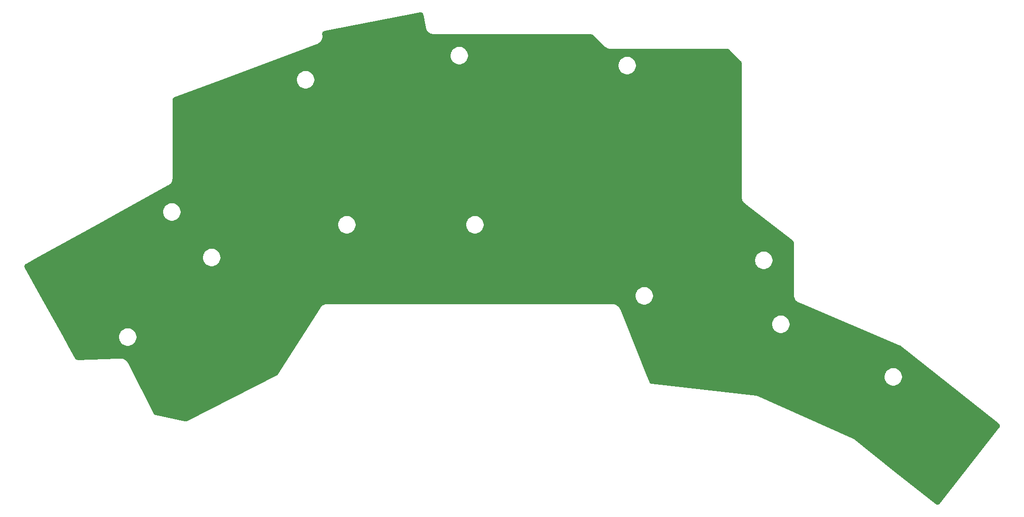
<source format=gbr>
%TF.GenerationSoftware,KiCad,Pcbnew,9.0.3*%
%TF.CreationDate,2025-08-09T00:37:04-04:00*%
%TF.ProjectId,bottom,626f7474-6f6d-42e6-9b69-6361645f7063,rev?*%
%TF.SameCoordinates,Original*%
%TF.FileFunction,Copper,L1,Top*%
%TF.FilePolarity,Positive*%
%FSLAX46Y46*%
G04 Gerber Fmt 4.6, Leading zero omitted, Abs format (unit mm)*
G04 Created by KiCad (PCBNEW 9.0.3) date 2025-08-09 00:37:04*
%MOMM*%
%LPD*%
G01*
G04 APERTURE LIST*
G04 APERTURE END LIST*
%TA.AperFunction,Conductor*%
%TO.N,gnd*%
G36*
X93836029Y-21980912D02*
G01*
X93918584Y-21992789D01*
X93945278Y-21999730D01*
X94023161Y-22029567D01*
X94047660Y-22042238D01*
X94117016Y-22088554D01*
X94138113Y-22106333D01*
X94195511Y-22166838D01*
X94212154Y-22188842D01*
X94254750Y-22260536D01*
X94266116Y-22285674D01*
X94293509Y-22370271D01*
X94297261Y-22384810D01*
X94743178Y-24678880D01*
X94743413Y-24680122D01*
X94761453Y-24778263D01*
X94761457Y-24778281D01*
X94827298Y-24976287D01*
X94827307Y-24976309D01*
X94919927Y-25163310D01*
X94919929Y-25163313D01*
X95037550Y-25335710D01*
X95037553Y-25335714D01*
X95177889Y-25490157D01*
X95177891Y-25490158D01*
X95177895Y-25490163D01*
X95338269Y-25623707D01*
X95515583Y-25733768D01*
X95515585Y-25733769D01*
X95515587Y-25733770D01*
X95515590Y-25733772D01*
X95616382Y-25778379D01*
X95706424Y-25818229D01*
X95907118Y-25875463D01*
X96113802Y-25904369D01*
X96218150Y-25904339D01*
X96284042Y-25904346D01*
X96284068Y-25904339D01*
X124213808Y-25904339D01*
X124273575Y-25904339D01*
X124285797Y-25904942D01*
X124365482Y-25912836D01*
X124389453Y-25917632D01*
X124420086Y-25926980D01*
X124460159Y-25939210D01*
X124482721Y-25948615D01*
X124547818Y-25983645D01*
X124568097Y-25997294D01*
X124630013Y-26048513D01*
X124638629Y-26056349D01*
X124638746Y-26056466D01*
X124680922Y-26099022D01*
X124681897Y-26099590D01*
X124686666Y-26104356D01*
X124688269Y-26105959D01*
X124688272Y-26105965D01*
X124688295Y-26105985D01*
X126699288Y-28116978D01*
X126699629Y-28117278D01*
X126716696Y-28134346D01*
X126872746Y-28254102D01*
X127043093Y-28352462D01*
X127043098Y-28352464D01*
X127043106Y-28352468D01*
X127133958Y-28390103D01*
X127224823Y-28427745D01*
X127414825Y-28478660D01*
X127609847Y-28504338D01*
X127632306Y-28504338D01*
X127632318Y-28504339D01*
X127642308Y-28504339D01*
X127708200Y-28504339D01*
X127774092Y-28504339D01*
X148513808Y-28504339D01*
X148573575Y-28504339D01*
X148585797Y-28504942D01*
X148665482Y-28512836D01*
X148689453Y-28517632D01*
X148720086Y-28526980D01*
X148760159Y-28539210D01*
X148782721Y-28548615D01*
X148847818Y-28583645D01*
X148868097Y-28597294D01*
X148930013Y-28648513D01*
X148938629Y-28656349D01*
X148938746Y-28656466D01*
X148980922Y-28699022D01*
X148981897Y-28699590D01*
X148986666Y-28704356D01*
X148988269Y-28705959D01*
X148988272Y-28705965D01*
X148988295Y-28705985D01*
X150942743Y-30660433D01*
X150951007Y-30669561D01*
X151002075Y-30731935D01*
X151015691Y-30752416D01*
X151050541Y-30818165D01*
X151059844Y-30840923D01*
X151073428Y-30886654D01*
X151081033Y-30912257D01*
X151085662Y-30936410D01*
X151092928Y-31016868D01*
X151093426Y-31029171D01*
X151092851Y-31091069D01*
X151093463Y-31101102D01*
X151093463Y-54854701D01*
X151093220Y-54855622D01*
X151093463Y-54920445D01*
X151093463Y-54990858D01*
X151093779Y-54995533D01*
X151093877Y-55018582D01*
X151119611Y-55211010D01*
X151119612Y-55211016D01*
X151169922Y-55398513D01*
X151169923Y-55398517D01*
X151169924Y-55398518D01*
X151243977Y-55577980D01*
X151340535Y-55746405D01*
X151457990Y-55900985D01*
X151525324Y-55969191D01*
X151594379Y-56039141D01*
X151594382Y-56039143D01*
X151619658Y-56058887D01*
X151620352Y-56059798D01*
X151671624Y-56099478D01*
X151722828Y-56139434D01*
X151722829Y-56139434D01*
X151727150Y-56142806D01*
X151730818Y-56145289D01*
X160147497Y-62659021D01*
X160147499Y-62659023D01*
X160194067Y-62695062D01*
X160194068Y-62695063D01*
X160204626Y-62704232D01*
X160270253Y-62768067D01*
X160287962Y-62789686D01*
X160333793Y-62860660D01*
X160346212Y-62885698D01*
X160374986Y-62965138D01*
X160381482Y-62992319D01*
X160392547Y-63082823D01*
X160393463Y-63097871D01*
X160393463Y-72515668D01*
X160393482Y-72515972D01*
X160393482Y-72551695D01*
X160425484Y-72769114D01*
X160425485Y-72769119D01*
X160425486Y-72769122D01*
X160488824Y-72979568D01*
X160562901Y-73137511D01*
X160582144Y-73178541D01*
X160582146Y-73178545D01*
X160703454Y-73361794D01*
X160703458Y-73361799D01*
X160850171Y-73525426D01*
X160987874Y-73639922D01*
X161019157Y-73665933D01*
X161206811Y-73780324D01*
X161206817Y-73780326D01*
X161206818Y-73780327D01*
X161239862Y-73794347D01*
X161239903Y-73794368D01*
X161247308Y-73797509D01*
X161247309Y-73797510D01*
X179307075Y-81459330D01*
X179309983Y-81460609D01*
X179322035Y-81466097D01*
X179329364Y-81469435D01*
X179335170Y-81472264D01*
X179347017Y-81478423D01*
X179366859Y-81491279D01*
X196469713Y-95052121D01*
X196968391Y-95447522D01*
X196968392Y-95447524D01*
X196999411Y-95472119D01*
X197011315Y-95482883D01*
X197084379Y-95558100D01*
X197103542Y-95583765D01*
X197150931Y-95668118D01*
X197162882Y-95697837D01*
X197187083Y-95791520D01*
X197191022Y-95823307D01*
X197190420Y-95920062D01*
X197186085Y-95951798D01*
X197160720Y-96045167D01*
X197148401Y-96074734D01*
X197096249Y-96164918D01*
X197086569Y-96179248D01*
X186496361Y-109715975D01*
X186496361Y-109715976D01*
X186472873Y-109745999D01*
X186472870Y-109746000D01*
X186463662Y-109756495D01*
X186399661Y-109821638D01*
X186378007Y-109839205D01*
X186307008Y-109884603D01*
X186281977Y-109896888D01*
X186202628Y-109925275D01*
X186175484Y-109931656D01*
X186091797Y-109941595D01*
X186063914Y-109941749D01*
X185980123Y-109932738D01*
X185952912Y-109926658D01*
X185911237Y-109912268D01*
X185873253Y-109899152D01*
X185848087Y-109887145D01*
X185770864Y-109838963D01*
X185759451Y-109830915D01*
X185707113Y-109789406D01*
X185706613Y-109789059D01*
X178584535Y-104142180D01*
X171208458Y-98293913D01*
X171159095Y-98254371D01*
X171155803Y-98252164D01*
X171155295Y-98251762D01*
X171155277Y-98251754D01*
X171154847Y-98251413D01*
X171151791Y-98249476D01*
X171053068Y-98183314D01*
X171053051Y-98183304D01*
X170952963Y-98127918D01*
X170952955Y-98127914D01*
X170944049Y-98122986D01*
X170943257Y-98122343D01*
X170877897Y-98093123D01*
X170877133Y-98092781D01*
X170877117Y-98092774D01*
X170815735Y-98065331D01*
X170815711Y-98065322D01*
X154129364Y-90605543D01*
X154129338Y-90605531D01*
X154069442Y-90578737D01*
X154069419Y-90578729D01*
X153923225Y-90530620D01*
X153772853Y-90497718D01*
X153772849Y-90497717D01*
X153699376Y-90489404D01*
X153699376Y-90489401D01*
X153699345Y-90489400D01*
X135105485Y-88380818D01*
X135105485Y-88380819D01*
X135105476Y-88380818D01*
X135105196Y-88380786D01*
X135049815Y-88374505D01*
X135036724Y-88372305D01*
X134951984Y-88353352D01*
X134926875Y-88344831D01*
X134854167Y-88311108D01*
X134831444Y-88297444D01*
X134767560Y-88249028D01*
X134748266Y-88230850D01*
X134696139Y-88169962D01*
X134681151Y-88148097D01*
X134664909Y-88117922D01*
X134640153Y-88071928D01*
X134634279Y-88059381D01*
X134578480Y-87920478D01*
X134203016Y-86985812D01*
X176609463Y-86985812D01*
X176609463Y-87229865D01*
X176643455Y-87444484D01*
X176647642Y-87470915D01*
X176722429Y-87701086D01*
X176723060Y-87703026D01*
X176833859Y-87920481D01*
X176977302Y-88117915D01*
X176977306Y-88117920D01*
X177149881Y-88290495D01*
X177149886Y-88290499D01*
X177276148Y-88382233D01*
X177347324Y-88433945D01*
X177564778Y-88544743D01*
X177796887Y-88620160D01*
X178037936Y-88658339D01*
X178037937Y-88658339D01*
X178281989Y-88658339D01*
X178281990Y-88658339D01*
X178523039Y-88620160D01*
X178755148Y-88544743D01*
X178972602Y-88433945D01*
X179170046Y-88290494D01*
X179342618Y-88117922D01*
X179486069Y-87920478D01*
X179596867Y-87703024D01*
X179672284Y-87470915D01*
X179710463Y-87229866D01*
X179710463Y-86985812D01*
X179672284Y-86744763D01*
X179596867Y-86512654D01*
X179486069Y-86295200D01*
X179467742Y-86269975D01*
X179342623Y-86097762D01*
X179342619Y-86097757D01*
X179170044Y-85925182D01*
X179170039Y-85925178D01*
X178972605Y-85781735D01*
X178972604Y-85781734D01*
X178972602Y-85781733D01*
X178755148Y-85670935D01*
X178523039Y-85595518D01*
X178523037Y-85595517D01*
X178523035Y-85595517D01*
X178354732Y-85568860D01*
X178281990Y-85557339D01*
X178037936Y-85557339D01*
X177982056Y-85566189D01*
X177796890Y-85595517D01*
X177564775Y-85670936D01*
X177347320Y-85781735D01*
X177149886Y-85925178D01*
X177149881Y-85925182D01*
X176977306Y-86097757D01*
X176977302Y-86097762D01*
X176833859Y-86295196D01*
X176723060Y-86512651D01*
X176647641Y-86744766D01*
X176609463Y-86985812D01*
X134203016Y-86985812D01*
X130427751Y-77587812D01*
X156543463Y-77587812D01*
X156543463Y-77638115D01*
X156543463Y-77831866D01*
X156581642Y-78072915D01*
X156657059Y-78305024D01*
X156748005Y-78483517D01*
X156767859Y-78522481D01*
X156911302Y-78719915D01*
X156911306Y-78719920D01*
X157083881Y-78892495D01*
X157083886Y-78892499D01*
X157212246Y-78985757D01*
X157281324Y-79035945D01*
X157498778Y-79146743D01*
X157730887Y-79222160D01*
X157971936Y-79260339D01*
X157971937Y-79260339D01*
X158215989Y-79260339D01*
X158215990Y-79260339D01*
X158457039Y-79222160D01*
X158689148Y-79146743D01*
X158906602Y-79035945D01*
X159104046Y-78892494D01*
X159276618Y-78719922D01*
X159420069Y-78522478D01*
X159530867Y-78305024D01*
X159606284Y-78072915D01*
X159644463Y-77831866D01*
X159644463Y-77587812D01*
X159606284Y-77346763D01*
X159530867Y-77114654D01*
X159420069Y-76897200D01*
X159401742Y-76871975D01*
X159276623Y-76699762D01*
X159276619Y-76699757D01*
X159104044Y-76527182D01*
X159104039Y-76527178D01*
X158906605Y-76383735D01*
X158906604Y-76383734D01*
X158906602Y-76383733D01*
X158689148Y-76272935D01*
X158457039Y-76197518D01*
X158457037Y-76197517D01*
X158457035Y-76197517D01*
X158288732Y-76170860D01*
X158215990Y-76159339D01*
X157971936Y-76159339D01*
X157916056Y-76168189D01*
X157730890Y-76197517D01*
X157498775Y-76272936D01*
X157281320Y-76383735D01*
X157083886Y-76527178D01*
X157083881Y-76527182D01*
X156911306Y-76699757D01*
X156911302Y-76699762D01*
X156767859Y-76897196D01*
X156657060Y-77114651D01*
X156581641Y-77346766D01*
X156577118Y-77375325D01*
X156543463Y-77587812D01*
X130427751Y-77587812D01*
X129417134Y-75072020D01*
X129416832Y-75071261D01*
X129373057Y-74960068D01*
X129373056Y-74960065D01*
X129260543Y-74765627D01*
X129260536Y-74765617D01*
X129120340Y-74590108D01*
X129120336Y-74590104D01*
X129120333Y-74590100D01*
X128955556Y-74437404D01*
X128769881Y-74310942D01*
X128769882Y-74310942D01*
X128769880Y-74310941D01*
X128567454Y-74213533D01*
X128567451Y-74213532D01*
X128567449Y-74213531D01*
X128352771Y-74147342D01*
X128352765Y-74147341D01*
X128130635Y-74113852D01*
X128130639Y-74113852D01*
X128023377Y-74113839D01*
X128023369Y-74113839D01*
X127964978Y-74113827D01*
X127952414Y-74113825D01*
X127952413Y-74113825D01*
X77185149Y-74103464D01*
X77175010Y-74102845D01*
X77109697Y-74103441D01*
X77109698Y-74103442D01*
X77109045Y-74103447D01*
X77045641Y-74103436D01*
X77043345Y-74104050D01*
X77034149Y-74104134D01*
X77033244Y-74104142D01*
X77033241Y-74104141D01*
X77033225Y-74104143D01*
X76999778Y-74104444D01*
X76999774Y-74104444D01*
X76788128Y-74136782D01*
X76788111Y-74136786D01*
X76753253Y-74147343D01*
X76583182Y-74198850D01*
X76583180Y-74198850D01*
X76583176Y-74198852D01*
X76389138Y-74289378D01*
X76209908Y-74406542D01*
X76049133Y-74547958D01*
X75910055Y-74710778D01*
X75855708Y-74796640D01*
X75855705Y-74796645D01*
X75852796Y-74801241D01*
X75817546Y-74856912D01*
X75817536Y-74856938D01*
X75813665Y-74863055D01*
X68331702Y-86682386D01*
X68325875Y-86690801D01*
X68285462Y-86744303D01*
X68271828Y-86759553D01*
X68226893Y-86802152D01*
X68210938Y-86814953D01*
X68160069Y-86849276D01*
X68147039Y-86856955D01*
X52201133Y-94987391D01*
X52201129Y-94987393D01*
X52187142Y-94994524D01*
X52174326Y-95000170D01*
X52088558Y-95032305D01*
X52061421Y-95039103D01*
X51977622Y-95050263D01*
X51949654Y-95050804D01*
X51858193Y-95042211D01*
X51844342Y-95040115D01*
X51780733Y-95026776D01*
X51780689Y-95026769D01*
X51642090Y-94997708D01*
X46539386Y-93927786D01*
X46539386Y-93927785D01*
X46481545Y-93915658D01*
X46468450Y-93912155D01*
X46384203Y-93884605D01*
X46359550Y-93873436D01*
X46333925Y-93858258D01*
X46289168Y-93831746D01*
X46267527Y-93815495D01*
X46207868Y-93759528D01*
X46190266Y-93738965D01*
X46141010Y-93666751D01*
X46133028Y-93653298D01*
X41522337Y-84629374D01*
X41522297Y-84629295D01*
X41480581Y-84547506D01*
X41358013Y-84373568D01*
X41358006Y-84373559D01*
X41212134Y-84218671D01*
X41212128Y-84218666D01*
X41212124Y-84218661D01*
X41212119Y-84218657D01*
X41212117Y-84218655D01*
X41045841Y-84085895D01*
X41045833Y-84085890D01*
X40862478Y-83977917D01*
X40862476Y-83977916D01*
X40665715Y-83896894D01*
X40665706Y-83896891D01*
X40665704Y-83896891D01*
X40574262Y-83873636D01*
X40459489Y-83844449D01*
X40303024Y-83827572D01*
X40247928Y-83821629D01*
X40247927Y-83821629D01*
X40239357Y-83821926D01*
X40142145Y-83825304D01*
X40142082Y-83825306D01*
X40142070Y-83825307D01*
X40116403Y-83826183D01*
X40097892Y-83826815D01*
X40078424Y-83827480D01*
X40075742Y-83827572D01*
X40075740Y-83827572D01*
X39644270Y-83842305D01*
X32595355Y-84083008D01*
X32581749Y-84082725D01*
X32493015Y-84075998D01*
X32466306Y-84070987D01*
X32387722Y-84047085D01*
X32362745Y-84036375D01*
X32291258Y-83995930D01*
X32269215Y-83980038D01*
X32208254Y-83924991D01*
X32190201Y-83904677D01*
X32184682Y-83896893D01*
X32138727Y-83832075D01*
X32131480Y-83820561D01*
X32098607Y-83761365D01*
X32098598Y-83761351D01*
X30833256Y-81482826D01*
X29939716Y-79873812D01*
X39957463Y-79873812D01*
X39957463Y-79924115D01*
X39957463Y-80117866D01*
X39995642Y-80358915D01*
X40062340Y-80564191D01*
X40071060Y-80591026D01*
X40181859Y-80808481D01*
X40325302Y-81005915D01*
X40325306Y-81005920D01*
X40497881Y-81178495D01*
X40497886Y-81178499D01*
X40670099Y-81303618D01*
X40695324Y-81321945D01*
X40912778Y-81432743D01*
X41144887Y-81508160D01*
X41385936Y-81546339D01*
X41385937Y-81546339D01*
X41629989Y-81546339D01*
X41629990Y-81546339D01*
X41871039Y-81508160D01*
X42103148Y-81432743D01*
X42320602Y-81321945D01*
X42518046Y-81178494D01*
X42690618Y-81005922D01*
X42834069Y-80808478D01*
X42944867Y-80591024D01*
X43020284Y-80358915D01*
X43058463Y-80117866D01*
X43058463Y-79873812D01*
X43020284Y-79632763D01*
X42944867Y-79400654D01*
X42834069Y-79183200D01*
X42807580Y-79146741D01*
X42690623Y-78985762D01*
X42690619Y-78985757D01*
X42518044Y-78813182D01*
X42518039Y-78813178D01*
X42320605Y-78669735D01*
X42320604Y-78669734D01*
X42320602Y-78669733D01*
X42103148Y-78558935D01*
X41871039Y-78483518D01*
X41871037Y-78483517D01*
X41871035Y-78483517D01*
X41702732Y-78456860D01*
X41629990Y-78445339D01*
X41385936Y-78445339D01*
X41330056Y-78454189D01*
X41144890Y-78483517D01*
X40912775Y-78558936D01*
X40695320Y-78669735D01*
X40497886Y-78813178D01*
X40497881Y-78813182D01*
X40325306Y-78985757D01*
X40325302Y-78985762D01*
X40181859Y-79183196D01*
X40071060Y-79400651D01*
X39995641Y-79632766D01*
X39991118Y-79661325D01*
X39957463Y-79873812D01*
X29939716Y-79873812D01*
X25849129Y-72507812D01*
X132159463Y-72507812D01*
X132159463Y-72558115D01*
X132159463Y-72751866D01*
X132197642Y-72992915D01*
X132244624Y-73137511D01*
X132273060Y-73225026D01*
X132383859Y-73442481D01*
X132527302Y-73639915D01*
X132527306Y-73639920D01*
X132699881Y-73812495D01*
X132699886Y-73812499D01*
X132872099Y-73937618D01*
X132897324Y-73955945D01*
X133114778Y-74066743D01*
X133346887Y-74142160D01*
X133587936Y-74180339D01*
X133587937Y-74180339D01*
X133831989Y-74180339D01*
X133831990Y-74180339D01*
X134073039Y-74142160D01*
X134305148Y-74066743D01*
X134522602Y-73955945D01*
X134720046Y-73812494D01*
X134892618Y-73639922D01*
X135036069Y-73442478D01*
X135146867Y-73225024D01*
X135222284Y-72992915D01*
X135260463Y-72751866D01*
X135260463Y-72507812D01*
X135222284Y-72266763D01*
X135146867Y-72034654D01*
X135036069Y-71817200D01*
X135017742Y-71791975D01*
X134892623Y-71619762D01*
X134892619Y-71619757D01*
X134720044Y-71447182D01*
X134720039Y-71447178D01*
X134522605Y-71303735D01*
X134522604Y-71303734D01*
X134522602Y-71303733D01*
X134305148Y-71192935D01*
X134073039Y-71117518D01*
X134073037Y-71117517D01*
X134073035Y-71117517D01*
X133904732Y-71090860D01*
X133831990Y-71079339D01*
X133587936Y-71079339D01*
X133532056Y-71088189D01*
X133346890Y-71117517D01*
X133114775Y-71192936D01*
X132897320Y-71303735D01*
X132699886Y-71447178D01*
X132699881Y-71447182D01*
X132527306Y-71619757D01*
X132527302Y-71619762D01*
X132383859Y-71817196D01*
X132273060Y-72034651D01*
X132197641Y-72266766D01*
X132193118Y-72295325D01*
X132159463Y-72507812D01*
X25849129Y-72507812D01*
X23120550Y-67594407D01*
X23114495Y-67581898D01*
X23079539Y-67497992D01*
X23071798Y-67471329D01*
X23057574Y-67388651D01*
X23055960Y-67360936D01*
X23058046Y-67322339D01*
X23060487Y-67277166D01*
X23065079Y-67249792D01*
X23088132Y-67169129D01*
X23098697Y-67143463D01*
X23139122Y-67069944D01*
X23155132Y-67047275D01*
X23210903Y-66984591D01*
X23231555Y-66966052D01*
X23305373Y-66913427D01*
X23317455Y-66905824D01*
X25595021Y-65649812D01*
X54943463Y-65649812D01*
X54943463Y-65893865D01*
X54973949Y-66086348D01*
X54981642Y-66134915D01*
X55057059Y-66367024D01*
X55146105Y-66541788D01*
X55167859Y-66584481D01*
X55311302Y-66781915D01*
X55311306Y-66781920D01*
X55483881Y-66954495D01*
X55483886Y-66954499D01*
X55625941Y-67057707D01*
X55681324Y-67097945D01*
X55898778Y-67208743D01*
X56130887Y-67284160D01*
X56371936Y-67322339D01*
X56371937Y-67322339D01*
X56615989Y-67322339D01*
X56615990Y-67322339D01*
X56857039Y-67284160D01*
X57089148Y-67208743D01*
X57306602Y-67097945D01*
X57504046Y-66954494D01*
X57676618Y-66781922D01*
X57820069Y-66584478D01*
X57930867Y-66367024D01*
X57998844Y-66157812D01*
X153495463Y-66157812D01*
X153495463Y-66208115D01*
X153495463Y-66401866D01*
X153533642Y-66642915D01*
X153609059Y-66875024D01*
X153702140Y-67057707D01*
X153719859Y-67092481D01*
X153863302Y-67289915D01*
X153863306Y-67289920D01*
X154035881Y-67462495D01*
X154035886Y-67462499D01*
X154184685Y-67570607D01*
X154233324Y-67605945D01*
X154450778Y-67716743D01*
X154682887Y-67792160D01*
X154923936Y-67830339D01*
X154923937Y-67830339D01*
X155167989Y-67830339D01*
X155167990Y-67830339D01*
X155409039Y-67792160D01*
X155641148Y-67716743D01*
X155858602Y-67605945D01*
X156056046Y-67462494D01*
X156228618Y-67289922D01*
X156372069Y-67092478D01*
X156482867Y-66875024D01*
X156558284Y-66642915D01*
X156596463Y-66401866D01*
X156596463Y-66157812D01*
X156558284Y-65916763D01*
X156482867Y-65684654D01*
X156372069Y-65467200D01*
X156276668Y-65335891D01*
X156228623Y-65269762D01*
X156228619Y-65269757D01*
X156056044Y-65097182D01*
X156056039Y-65097178D01*
X155858605Y-64953735D01*
X155858604Y-64953734D01*
X155858602Y-64953733D01*
X155641148Y-64842935D01*
X155409039Y-64767518D01*
X155409037Y-64767517D01*
X155409035Y-64767517D01*
X155240732Y-64740860D01*
X155167990Y-64729339D01*
X154923936Y-64729339D01*
X154868056Y-64738189D01*
X154682890Y-64767517D01*
X154450775Y-64842936D01*
X154233320Y-64953735D01*
X154035886Y-65097178D01*
X154035881Y-65097182D01*
X153863306Y-65269757D01*
X153863302Y-65269762D01*
X153719859Y-65467196D01*
X153609060Y-65684651D01*
X153533641Y-65916766D01*
X153499090Y-66134911D01*
X153495463Y-66157812D01*
X57998844Y-66157812D01*
X58006284Y-66134915D01*
X58013977Y-66086348D01*
X58044463Y-65893865D01*
X58044463Y-65649812D01*
X58026493Y-65536357D01*
X58006284Y-65408763D01*
X57930867Y-65176654D01*
X57820069Y-64959200D01*
X57735598Y-64842935D01*
X57676623Y-64761762D01*
X57676619Y-64761757D01*
X57504044Y-64589182D01*
X57504039Y-64589178D01*
X57306605Y-64445735D01*
X57306604Y-64445734D01*
X57306602Y-64445733D01*
X57089148Y-64334935D01*
X56857039Y-64259518D01*
X56857037Y-64259517D01*
X56857035Y-64259517D01*
X56688732Y-64232860D01*
X56615990Y-64221339D01*
X56371936Y-64221339D01*
X56316056Y-64230189D01*
X56130890Y-64259517D01*
X55898775Y-64334936D01*
X55681320Y-64445735D01*
X55483886Y-64589178D01*
X55483881Y-64589182D01*
X55311306Y-64761757D01*
X55311302Y-64761762D01*
X55167859Y-64959196D01*
X55057060Y-65176651D01*
X54981641Y-65408766D01*
X54943463Y-65649812D01*
X25595021Y-65649812D01*
X36188505Y-59807812D01*
X79073463Y-59807812D01*
X79073463Y-59858115D01*
X79073463Y-60051866D01*
X79111642Y-60292915D01*
X79158624Y-60437511D01*
X79187060Y-60525026D01*
X79297859Y-60742481D01*
X79441302Y-60939915D01*
X79441306Y-60939920D01*
X79613881Y-61112495D01*
X79613886Y-61112499D01*
X79786099Y-61237618D01*
X79811324Y-61255945D01*
X80028778Y-61366743D01*
X80260887Y-61442160D01*
X80501936Y-61480339D01*
X80501937Y-61480339D01*
X80745989Y-61480339D01*
X80745990Y-61480339D01*
X80987039Y-61442160D01*
X81219148Y-61366743D01*
X81436602Y-61255945D01*
X81634046Y-61112494D01*
X81806618Y-60939922D01*
X81950069Y-60742478D01*
X82060867Y-60525024D01*
X82136284Y-60292915D01*
X82174463Y-60051866D01*
X82174463Y-59807812D01*
X101933463Y-59807812D01*
X101933463Y-59858115D01*
X101933463Y-60051866D01*
X101971642Y-60292915D01*
X102018624Y-60437511D01*
X102047060Y-60525026D01*
X102157859Y-60742481D01*
X102301302Y-60939915D01*
X102301306Y-60939920D01*
X102473881Y-61112495D01*
X102473886Y-61112499D01*
X102646099Y-61237618D01*
X102671324Y-61255945D01*
X102888778Y-61366743D01*
X103120887Y-61442160D01*
X103361936Y-61480339D01*
X103361937Y-61480339D01*
X103605989Y-61480339D01*
X103605990Y-61480339D01*
X103847039Y-61442160D01*
X104079148Y-61366743D01*
X104296602Y-61255945D01*
X104494046Y-61112494D01*
X104666618Y-60939922D01*
X104810069Y-60742478D01*
X104920867Y-60525024D01*
X104996284Y-60292915D01*
X105034463Y-60051866D01*
X105034463Y-59807812D01*
X104996284Y-59566763D01*
X104920867Y-59334654D01*
X104810069Y-59117200D01*
X104783580Y-59080741D01*
X104666623Y-58919762D01*
X104666619Y-58919757D01*
X104494044Y-58747182D01*
X104494039Y-58747178D01*
X104296605Y-58603735D01*
X104296604Y-58603734D01*
X104296602Y-58603733D01*
X104079148Y-58492935D01*
X103847039Y-58417518D01*
X103847037Y-58417517D01*
X103847035Y-58417517D01*
X103678732Y-58390860D01*
X103605990Y-58379339D01*
X103361936Y-58379339D01*
X103306056Y-58388189D01*
X103120890Y-58417517D01*
X102888775Y-58492936D01*
X102671320Y-58603735D01*
X102473886Y-58747178D01*
X102473881Y-58747182D01*
X102301306Y-58919757D01*
X102301302Y-58919762D01*
X102157859Y-59117196D01*
X102047060Y-59334651D01*
X101971641Y-59566766D01*
X101967118Y-59595325D01*
X101933463Y-59807812D01*
X82174463Y-59807812D01*
X82136284Y-59566763D01*
X82060867Y-59334654D01*
X81950069Y-59117200D01*
X81923580Y-59080741D01*
X81806623Y-58919762D01*
X81806619Y-58919757D01*
X81634044Y-58747182D01*
X81634039Y-58747178D01*
X81436605Y-58603735D01*
X81436604Y-58603734D01*
X81436602Y-58603733D01*
X81219148Y-58492935D01*
X80987039Y-58417518D01*
X80987037Y-58417517D01*
X80987035Y-58417517D01*
X80818732Y-58390860D01*
X80745990Y-58379339D01*
X80501936Y-58379339D01*
X80446056Y-58388189D01*
X80260890Y-58417517D01*
X80028775Y-58492936D01*
X79811320Y-58603735D01*
X79613886Y-58747178D01*
X79613881Y-58747182D01*
X79441306Y-58919757D01*
X79441302Y-58919762D01*
X79297859Y-59117196D01*
X79187060Y-59334651D01*
X79111641Y-59566766D01*
X79107118Y-59595325D01*
X79073463Y-59807812D01*
X36188505Y-59807812D01*
X40333782Y-57521812D01*
X47831463Y-57521812D01*
X47831463Y-57572115D01*
X47831463Y-57765866D01*
X47869642Y-58006915D01*
X47945059Y-58239024D01*
X48036005Y-58417517D01*
X48055859Y-58456481D01*
X48199302Y-58653915D01*
X48199306Y-58653920D01*
X48371881Y-58826495D01*
X48371886Y-58826499D01*
X48500246Y-58919757D01*
X48569324Y-58969945D01*
X48786778Y-59080743D01*
X49018887Y-59156160D01*
X49259936Y-59194339D01*
X49259937Y-59194339D01*
X49503989Y-59194339D01*
X49503990Y-59194339D01*
X49745039Y-59156160D01*
X49977148Y-59080743D01*
X50194602Y-58969945D01*
X50392046Y-58826494D01*
X50564618Y-58653922D01*
X50708069Y-58456478D01*
X50818867Y-58239024D01*
X50894284Y-58006915D01*
X50932463Y-57765866D01*
X50932463Y-57521812D01*
X50894284Y-57280763D01*
X50818867Y-57048654D01*
X50708069Y-56831200D01*
X50689742Y-56805975D01*
X50564623Y-56633762D01*
X50564619Y-56633757D01*
X50392044Y-56461182D01*
X50392039Y-56461178D01*
X50194605Y-56317735D01*
X50194604Y-56317734D01*
X50194602Y-56317733D01*
X49977148Y-56206935D01*
X49745039Y-56131518D01*
X49745037Y-56131517D01*
X49745035Y-56131517D01*
X49543229Y-56099554D01*
X49503990Y-56093339D01*
X49259936Y-56093339D01*
X49220697Y-56099554D01*
X49018890Y-56131517D01*
X48786775Y-56206936D01*
X48569320Y-56317735D01*
X48371886Y-56461178D01*
X48371881Y-56461182D01*
X48199306Y-56633757D01*
X48199302Y-56633762D01*
X48055859Y-56831196D01*
X47945060Y-57048651D01*
X47869641Y-57280766D01*
X47865118Y-57309325D01*
X47831463Y-57521812D01*
X40333782Y-57521812D01*
X48703576Y-52906113D01*
X48703739Y-52906024D01*
X48711990Y-52901525D01*
X48711991Y-52901527D01*
X48800376Y-52853344D01*
X48962707Y-52734254D01*
X49107676Y-52594546D01*
X49232683Y-52436726D01*
X49335488Y-52263622D01*
X49414249Y-52078337D01*
X49467554Y-51884191D01*
X49494448Y-51684665D01*
X49494451Y-51658359D01*
X49494463Y-51658205D01*
X49494463Y-51518107D01*
X49494464Y-37640110D01*
X49495373Y-37625141D01*
X49507260Y-37527612D01*
X49514464Y-37498497D01*
X49546725Y-37413778D01*
X49560709Y-37387249D01*
X49612380Y-37312749D01*
X49632329Y-37290355D01*
X49700372Y-37230456D01*
X49725122Y-37213503D01*
X49812761Y-37167959D01*
X49826475Y-37161856D01*
X49880658Y-37141587D01*
X49880677Y-37141573D01*
X58543371Y-33899812D01*
X71707463Y-33899812D01*
X71707463Y-33950115D01*
X71707463Y-34143866D01*
X71745642Y-34384915D01*
X71792624Y-34529511D01*
X71821060Y-34617026D01*
X71931859Y-34834481D01*
X72075302Y-35031915D01*
X72075306Y-35031920D01*
X72247881Y-35204495D01*
X72247886Y-35204499D01*
X72420099Y-35329618D01*
X72445324Y-35347945D01*
X72662778Y-35458743D01*
X72894887Y-35534160D01*
X73135936Y-35572339D01*
X73135937Y-35572339D01*
X73379989Y-35572339D01*
X73379990Y-35572339D01*
X73621039Y-35534160D01*
X73853148Y-35458743D01*
X74070602Y-35347945D01*
X74268046Y-35204494D01*
X74440618Y-35031922D01*
X74584069Y-34834478D01*
X74694867Y-34617024D01*
X74770284Y-34384915D01*
X74808463Y-34143866D01*
X74808463Y-33899812D01*
X74770284Y-33658763D01*
X74694867Y-33426654D01*
X74584069Y-33209200D01*
X74565742Y-33183975D01*
X74440623Y-33011762D01*
X74440619Y-33011757D01*
X74268044Y-32839182D01*
X74268039Y-32839178D01*
X74070605Y-32695735D01*
X74070604Y-32695734D01*
X74070602Y-32695733D01*
X73853148Y-32584935D01*
X73621039Y-32509518D01*
X73621037Y-32509517D01*
X73621035Y-32509517D01*
X73452732Y-32482860D01*
X73379990Y-32471339D01*
X73135936Y-32471339D01*
X73080056Y-32480189D01*
X72894890Y-32509517D01*
X72662775Y-32584936D01*
X72445320Y-32695735D01*
X72247886Y-32839178D01*
X72247881Y-32839182D01*
X72075306Y-33011757D01*
X72075302Y-33011762D01*
X71931859Y-33209196D01*
X71821060Y-33426651D01*
X71745641Y-33658766D01*
X71741118Y-33687325D01*
X71707463Y-33899812D01*
X58543371Y-33899812D01*
X65330806Y-31359812D01*
X129111463Y-31359812D01*
X129111463Y-31410115D01*
X129111463Y-31603866D01*
X129149642Y-31844915D01*
X129196624Y-31989511D01*
X129225060Y-32077026D01*
X129335859Y-32294481D01*
X129479302Y-32491915D01*
X129479306Y-32491920D01*
X129651881Y-32664495D01*
X129651886Y-32664499D01*
X129824099Y-32789618D01*
X129849324Y-32807945D01*
X130066778Y-32918743D01*
X130298887Y-32994160D01*
X130539936Y-33032339D01*
X130539937Y-33032339D01*
X130783989Y-33032339D01*
X130783990Y-33032339D01*
X131025039Y-32994160D01*
X131257148Y-32918743D01*
X131474602Y-32807945D01*
X131672046Y-32664494D01*
X131844618Y-32491922D01*
X131988069Y-32294478D01*
X132098867Y-32077024D01*
X132174284Y-31844915D01*
X132212463Y-31603866D01*
X132212463Y-31359812D01*
X132174284Y-31118763D01*
X132098867Y-30886654D01*
X131988069Y-30669200D01*
X131877113Y-30516481D01*
X131844623Y-30471762D01*
X131844619Y-30471757D01*
X131672044Y-30299182D01*
X131672039Y-30299178D01*
X131474605Y-30155735D01*
X131474604Y-30155734D01*
X131474602Y-30155733D01*
X131257148Y-30044935D01*
X131025039Y-29969518D01*
X131025037Y-29969517D01*
X131025035Y-29969517D01*
X130856732Y-29942860D01*
X130783990Y-29931339D01*
X130539936Y-29931339D01*
X130484056Y-29940189D01*
X130298890Y-29969517D01*
X130066775Y-30044936D01*
X129849320Y-30155735D01*
X129651886Y-30299178D01*
X129651881Y-30299182D01*
X129479306Y-30471757D01*
X129479302Y-30471762D01*
X129335859Y-30669196D01*
X129225060Y-30886651D01*
X129149641Y-31118766D01*
X129125442Y-31271554D01*
X129111463Y-31359812D01*
X65330806Y-31359812D01*
X70082011Y-29581812D01*
X99139463Y-29581812D01*
X99139463Y-29825865D01*
X99174160Y-30044936D01*
X99177642Y-30066915D01*
X99224624Y-30211511D01*
X99253060Y-30299026D01*
X99253141Y-30299184D01*
X99341073Y-30471762D01*
X99363859Y-30516481D01*
X99507302Y-30713915D01*
X99507306Y-30713920D01*
X99679881Y-30886495D01*
X99679886Y-30886499D01*
X99800552Y-30974167D01*
X99877324Y-31029945D01*
X100094778Y-31140743D01*
X100326887Y-31216160D01*
X100567936Y-31254339D01*
X100567937Y-31254339D01*
X100811989Y-31254339D01*
X100811990Y-31254339D01*
X101053039Y-31216160D01*
X101285148Y-31140743D01*
X101502602Y-31029945D01*
X101700046Y-30886494D01*
X101872618Y-30713922D01*
X102016069Y-30516478D01*
X102126867Y-30299024D01*
X102202284Y-30066915D01*
X102240463Y-29825866D01*
X102240463Y-29581812D01*
X102202284Y-29340763D01*
X102126867Y-29108654D01*
X102016069Y-28891200D01*
X101881503Y-28705985D01*
X101872623Y-28693762D01*
X101872619Y-28693757D01*
X101700044Y-28521182D01*
X101700039Y-28521178D01*
X101502605Y-28377735D01*
X101502604Y-28377734D01*
X101502602Y-28377733D01*
X101285148Y-28266935D01*
X101053039Y-28191518D01*
X101053037Y-28191517D01*
X101053035Y-28191517D01*
X100884732Y-28164860D01*
X100811990Y-28153339D01*
X100567936Y-28153339D01*
X100512056Y-28162189D01*
X100326890Y-28191517D01*
X100094775Y-28266936D01*
X99877320Y-28377735D01*
X99679886Y-28521178D01*
X99679881Y-28521182D01*
X99507306Y-28693757D01*
X99507302Y-28693762D01*
X99363859Y-28891196D01*
X99253060Y-29108651D01*
X99177641Y-29340766D01*
X99139463Y-29581812D01*
X70082011Y-29581812D01*
X75264033Y-27642591D01*
X75265197Y-27642163D01*
X75362245Y-27607092D01*
X75550073Y-27507160D01*
X75721926Y-27381731D01*
X75874366Y-27233314D01*
X76004345Y-27064877D01*
X76109264Y-26879789D01*
X76187023Y-26681751D01*
X76236068Y-26474724D01*
X76255419Y-26262848D01*
X76254983Y-26254224D01*
X76244687Y-26050364D01*
X76238028Y-26016224D01*
X76224322Y-25945951D01*
X76223708Y-25942795D01*
X76218120Y-25914047D01*
X76217885Y-25912836D01*
X76214756Y-25896739D01*
X76212872Y-25882960D01*
X76207698Y-25818229D01*
X76205626Y-25792306D01*
X76206527Y-25764555D01*
X76218635Y-25681485D01*
X76225689Y-25654639D01*
X76255983Y-25576351D01*
X76268835Y-25551751D01*
X76315802Y-25482160D01*
X76333807Y-25461040D01*
X76395075Y-25403661D01*
X76417342Y-25387068D01*
X76489840Y-25344770D01*
X76515244Y-25333550D01*
X76602714Y-25306140D01*
X76616166Y-25302740D01*
X76673345Y-25291659D01*
X76673366Y-25291648D01*
X76681665Y-25290039D01*
X76681667Y-25290038D01*
X93704713Y-21989139D01*
X93718388Y-21987272D01*
X93808467Y-21980046D01*
X93836029Y-21980912D01*
G37*
%TD.AperFunction*%
%TD*%
M02*

</source>
